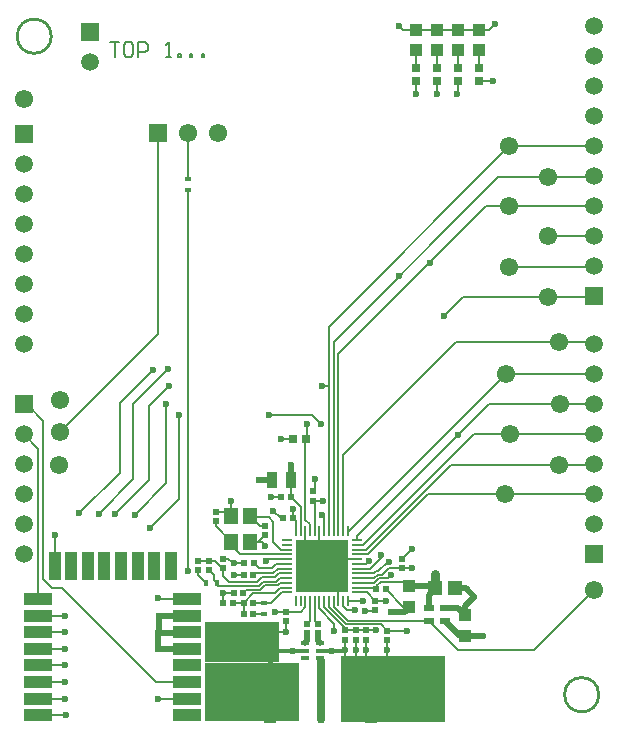
<source format=gtl>
G04 Layer_Physical_Order=1*
G04 Layer_Color=255*
%FSLAX43Y43*%
%MOMM*%
G71*
G01*
G75*
%ADD10C,0.254*%
%ADD11R,2.450X1.000*%
%ADD12R,1.000X2.450*%
%ADD13R,1.020X4.750*%
%ADD14R,0.510X1.910*%
%ADD15R,0.520X0.520*%
%ADD16R,0.900X0.200*%
%ADD17R,4.400X4.400*%
%ADD18R,0.200X0.900*%
%ADD19R,0.850X0.600*%
%ADD20R,0.800X0.300*%
%ADD21R,1.000X1.000*%
%ADD22R,1.150X1.400*%
%ADD23R,0.750X0.650*%
%ADD24R,0.520X0.520*%
%ADD25R,0.450X0.550*%
%ADD26R,0.550X0.450*%
%ADD27R,1.100X1.100*%
%ADD28R,1.300X1.150*%
%ADD29R,0.950X1.350*%
%ADD30R,0.650X0.750*%
%ADD31C,0.200*%
%ADD32C,0.500*%
%ADD33C,0.300*%
%ADD34C,0.700*%
%ADD35C,0.203*%
%ADD36C,0.535*%
%ADD37C,0.750*%
%ADD38C,0.150*%
%ADD39R,6.225X3.500*%
%ADD40R,8.775X5.575*%
%ADD41R,8.050X5.025*%
%ADD42C,1.550*%
%ADD43C,1.500*%
%ADD44R,1.500X1.500*%
%ADD45R,1.550X1.550*%
%ADD46C,0.600*%
D10*
X3825Y58175D02*
G03*
X3825Y58175I-1450J0D01*
G01*
X50175Y2425D02*
G03*
X50175Y2425I-1450J0D01*
G01*
D11*
X2725Y700D02*
D03*
X15325D02*
D03*
Y2100D02*
D03*
X2725Y3500D02*
D03*
Y2100D02*
D03*
Y4900D02*
D03*
Y6300D02*
D03*
Y7700D02*
D03*
Y9100D02*
D03*
Y10500D02*
D03*
X15325Y3500D02*
D03*
Y4900D02*
D03*
Y6300D02*
D03*
Y7700D02*
D03*
Y9100D02*
D03*
Y10500D02*
D03*
D12*
X4125Y13300D02*
D03*
X5525D02*
D03*
X6925D02*
D03*
X8325D02*
D03*
X9725D02*
D03*
X11125D02*
D03*
X13925D02*
D03*
X12525D02*
D03*
D13*
X30880Y2375D02*
D03*
X22380D02*
D03*
D14*
X26630Y955D02*
D03*
D15*
X33500Y13950D02*
D03*
Y13150D02*
D03*
X28725Y7875D02*
D03*
Y7075D02*
D03*
X25475Y7625D02*
D03*
Y8425D02*
D03*
X26375Y7625D02*
D03*
Y8425D02*
D03*
X30475Y7075D02*
D03*
Y7875D02*
D03*
X29600Y7075D02*
D03*
Y7875D02*
D03*
X17750Y17925D02*
D03*
Y17125D02*
D03*
X21925Y15925D02*
D03*
Y16725D02*
D03*
X23675Y8650D02*
D03*
Y9450D02*
D03*
X17200Y12950D02*
D03*
Y13750D02*
D03*
X16275Y12950D02*
D03*
Y13750D02*
D03*
X18375Y13950D02*
D03*
Y13150D02*
D03*
X32275Y7050D02*
D03*
Y7850D02*
D03*
X31250Y9600D02*
D03*
Y10400D02*
D03*
X25975Y19650D02*
D03*
Y18850D02*
D03*
D16*
X23775Y15500D02*
D03*
Y14700D02*
D03*
Y13900D02*
D03*
Y13100D02*
D03*
Y12300D02*
D03*
Y11500D02*
D03*
Y11100D02*
D03*
Y11900D02*
D03*
Y12700D02*
D03*
Y13500D02*
D03*
Y14300D02*
D03*
Y15100D02*
D03*
X29675Y11500D02*
D03*
Y12300D02*
D03*
Y13100D02*
D03*
Y13900D02*
D03*
Y14700D02*
D03*
Y15500D02*
D03*
Y15100D02*
D03*
Y14300D02*
D03*
Y13500D02*
D03*
Y12700D02*
D03*
Y11900D02*
D03*
Y11100D02*
D03*
D17*
X26725Y13300D02*
D03*
D18*
X24925Y10350D02*
D03*
X25725D02*
D03*
X26525D02*
D03*
X27325D02*
D03*
X28125D02*
D03*
X28925D02*
D03*
X28525D02*
D03*
X27725D02*
D03*
X26925D02*
D03*
X26125D02*
D03*
X25325D02*
D03*
X24525D02*
D03*
X28525Y16250D02*
D03*
X27725D02*
D03*
X26925D02*
D03*
X26125D02*
D03*
X25325D02*
D03*
X24525D02*
D03*
X24925D02*
D03*
X25725D02*
D03*
X26525D02*
D03*
X27325D02*
D03*
X28125D02*
D03*
X28925D02*
D03*
D19*
X35775Y9775D02*
D03*
X37125D02*
D03*
X35775Y8675D02*
D03*
X37125D02*
D03*
D20*
X26575Y6775D02*
D03*
Y6125D02*
D03*
Y5500D02*
D03*
X25275Y6775D02*
D03*
Y6125D02*
D03*
Y5500D02*
D03*
D21*
X40050Y58725D02*
D03*
Y57025D02*
D03*
X38225Y58700D02*
D03*
Y57000D02*
D03*
X36450Y58700D02*
D03*
Y57000D02*
D03*
X34675Y58700D02*
D03*
Y57000D02*
D03*
D22*
X20675Y15350D02*
D03*
Y17550D02*
D03*
X19075Y15350D02*
D03*
Y17550D02*
D03*
D23*
X36450Y54350D02*
D03*
Y55450D02*
D03*
X34675D02*
D03*
Y54350D02*
D03*
X40050Y55475D02*
D03*
Y54375D02*
D03*
X38225Y55450D02*
D03*
Y54350D02*
D03*
D24*
X20150Y13600D02*
D03*
X20950D02*
D03*
X20100Y12600D02*
D03*
X20900D02*
D03*
X19250Y11050D02*
D03*
X20050D02*
D03*
X20900Y9250D02*
D03*
X20100D02*
D03*
X18375Y10150D02*
D03*
X19175D02*
D03*
X20100D02*
D03*
X20900D02*
D03*
X23475Y17350D02*
D03*
X24275D02*
D03*
X23275Y19150D02*
D03*
X24075D02*
D03*
X32125Y11350D02*
D03*
X31325D02*
D03*
D25*
X17825Y11900D02*
D03*
X16925D02*
D03*
D26*
X21800Y10150D02*
D03*
Y9250D02*
D03*
X15375Y46050D02*
D03*
Y45150D02*
D03*
D27*
X38850Y7400D02*
D03*
Y9200D02*
D03*
X34150Y11650D02*
D03*
Y9850D02*
D03*
D28*
X38025Y11425D02*
D03*
X36325D02*
D03*
D29*
X24075Y20575D02*
D03*
X22475D02*
D03*
D30*
X25425Y24075D02*
D03*
X24325D02*
D03*
D31*
X26525Y13500D02*
X26725Y13300D01*
X26525Y13500D02*
Y16250D01*
X26725Y13300D02*
X27900Y12125D01*
X30475Y6175D02*
Y7075D01*
X29600Y6175D02*
Y7075D01*
X25500Y14525D02*
X26525Y13500D01*
X21788Y15913D02*
X21850Y15850D01*
X4100Y13300D02*
Y15950D01*
X18800Y13950D02*
X19200Y13550D01*
X1500Y27000D02*
X1750D01*
X3125Y25625D01*
Y12225D02*
Y25625D01*
Y12225D02*
X3850Y11500D01*
X4725D01*
X12725Y3500D01*
X15325D01*
X25450Y24101D02*
X25475Y24076D01*
X25716Y16250D02*
Y16859D01*
X25325Y23925D02*
X25475Y24075D01*
X41675Y46275D02*
X49735D01*
X27725Y32325D02*
X41675Y46275D01*
X28125Y31250D02*
X40650Y43775D01*
X2725Y10500D02*
Y23235D01*
X1500Y24460D02*
X2725Y23235D01*
X38700Y36100D02*
X45875D01*
X37075Y34475D02*
X38700Y36100D01*
X25925Y26075D02*
X26625Y25375D01*
X22225Y26075D02*
X25925D01*
X14625Y19025D02*
Y26075D01*
X12175Y16575D02*
X14625Y19025D01*
X13525Y20325D02*
Y27025D01*
X10875Y17675D02*
X13525Y20325D01*
X27325Y28575D02*
Y33590D01*
Y16250D02*
Y28575D01*
X27300Y28600D02*
X27325Y28575D01*
X26750Y28600D02*
X27300D01*
X12075Y26875D02*
X13800Y28600D01*
X12075Y20625D02*
Y26875D01*
X9200Y17750D02*
X12075Y20625D01*
X27325Y33590D02*
X42575Y48840D01*
X27725Y16250D02*
Y32325D01*
X10750Y27050D02*
X13700Y30000D01*
X10750Y20675D02*
Y27050D01*
X7825Y17750D02*
X10750Y20675D01*
X28125Y16250D02*
Y31250D01*
X9625Y27100D02*
X12475Y29950D01*
X9625Y21200D02*
Y27100D01*
X6200Y17775D02*
X9625Y21200D01*
X15300Y2075D02*
X15325Y2100D01*
X12875Y2075D02*
X15300D01*
X5000Y3500D02*
X5000Y3500D01*
X2725Y3500D02*
X5000D01*
X4975Y6300D02*
X5000Y6325D01*
X2725Y6300D02*
X4975D01*
X5000Y7700D02*
X5000Y7700D01*
X2725Y7700D02*
X5000D01*
X5000Y9100D02*
X5000Y9100D01*
X2725Y9100D02*
X5000D01*
X12950Y10500D02*
X15325D01*
X12875Y10575D02*
X12950Y10500D01*
X5025Y700D02*
X5025Y700D01*
X2725Y700D02*
X5025D01*
X4975Y2100D02*
X5000Y2075D01*
X2725Y2100D02*
X4975D01*
X4950Y4900D02*
X5000Y4950D01*
X2725Y4900D02*
X4950D01*
X18255Y13150D02*
X18375D01*
X17655Y13750D02*
X18255Y13150D01*
X17200Y13750D02*
X17655D01*
X16275Y12550D02*
X16925Y11900D01*
X17200Y12950D02*
X17575Y12575D01*
Y12150D02*
Y12575D01*
Y12150D02*
X17825Y11900D01*
X21375Y11625D02*
X21750Y12000D01*
X17975Y11625D02*
X21375D01*
X18375Y12500D02*
Y13150D01*
Y13950D02*
X18800D01*
X32275Y5021D02*
X32346Y4950D01*
X32275Y5021D02*
Y6175D01*
X30500Y5678D02*
X31228Y4950D01*
X30500Y5678D02*
Y6225D01*
X29625Y5435D02*
X30110Y4950D01*
X29625Y5435D02*
Y6225D01*
X28700Y5242D02*
X28992Y4950D01*
X28700Y5242D02*
Y6225D01*
X22375Y7033D02*
X23117Y7775D01*
X23675D01*
X24325Y24075D02*
X24325Y24075D01*
X23275Y24075D02*
X24325D01*
X26925Y16250D02*
Y17625D01*
X30475Y13500D02*
X30700Y13725D01*
Y13750D01*
X31725Y14000D02*
Y14275D01*
X30825Y13100D02*
X31725Y14000D01*
X33500Y13950D02*
X34325Y14775D01*
X34350D01*
X32275Y7850D02*
X33900D01*
X4525Y24650D02*
X12835Y32960D01*
X25975Y18850D02*
X26800D01*
X25975D02*
X26125Y18700D01*
Y16250D02*
Y18700D01*
X25325Y17250D02*
Y23925D01*
Y17250D02*
X25716Y16859D01*
X44660Y6225D02*
X49760Y11325D01*
X38225Y6225D02*
X44660D01*
X35775Y8675D02*
X38225Y6225D01*
X28725Y6250D02*
Y7075D01*
X30475Y7875D02*
X31350D01*
X30475Y7875D02*
X30475Y7875D01*
X29600Y7875D02*
X30475D01*
X28725D02*
X29600D01*
X28700Y6225D02*
X28725Y6250D01*
X17750Y16675D02*
Y17125D01*
Y17925D02*
X18700D01*
X33225Y59050D02*
X33575Y58700D01*
X34675D01*
X36450D01*
X38225D01*
X40025D01*
X40050Y58725D01*
X40850D01*
X41375Y59250D01*
X34675Y55450D02*
Y57000D01*
X36450Y55450D02*
Y57000D01*
X38225Y55450D02*
Y57000D01*
X40050Y55475D02*
Y57025D01*
X19075Y15050D02*
Y15350D01*
X23300Y14700D02*
X23775D01*
X22625Y15375D02*
X23300Y14700D01*
X22625Y15375D02*
Y17075D01*
X24925Y9450D02*
X25325Y9850D01*
X22775Y9450D02*
X23675D01*
Y7775D02*
Y8650D01*
X19075Y15050D02*
X19825Y14300D01*
X23775D01*
X22175Y13900D02*
X23775D01*
X23775Y13900D01*
X22000Y13725D02*
X22175Y13900D01*
X21850Y15850D02*
Y15850D01*
X22250Y17450D02*
X22625Y17075D01*
X21500Y16725D02*
X21925D01*
X20675Y17550D02*
X20775Y17450D01*
X21500Y16725D01*
X20775Y17450D02*
X22250D01*
X21625Y15350D02*
X21925Y15050D01*
X20675Y15350D02*
X21350D01*
X21625D01*
X19000Y18825D02*
X19075Y18750D01*
X22875Y13500D02*
X23775D01*
X22500Y13125D02*
X22875Y13500D01*
X21425Y13125D02*
X22500D01*
X20950Y13600D02*
X21425Y13125D01*
X19250Y13600D02*
X20150D01*
X22975Y13100D02*
X23775D01*
X22625Y12750D02*
X22975Y13100D01*
X21050Y12750D02*
X22625D01*
X20900Y12600D02*
X21050Y12750D01*
X19250Y12600D02*
X20100D01*
X19200Y13550D02*
X19250Y13600D01*
X23075Y12700D02*
X23775D01*
X22750Y12375D02*
X23075Y12700D01*
X21625Y12375D02*
X22750D01*
X21250Y12000D02*
X21625Y12375D01*
X18875Y12000D02*
X21250D01*
X18375Y12500D02*
X18875Y12000D01*
X16275Y13750D02*
X17200D01*
X16275Y12550D02*
Y12950D01*
X23175Y12300D02*
X23775D01*
X22875Y12000D02*
X23175Y12300D01*
X21750Y12000D02*
X22875D01*
X18375Y11050D02*
X19250D01*
X23199Y11900D02*
X23775D01*
X22999Y11700D02*
X23199Y11900D01*
X21875Y11700D02*
X22999D01*
X21475Y11300D02*
X21875Y11700D01*
X20300Y11300D02*
X21475D01*
X20050Y11050D02*
X20300Y11300D01*
X23675Y9450D02*
X24925D01*
X18375Y10150D02*
X18375Y10150D01*
Y11050D01*
X19175Y10150D02*
X20100D01*
Y9250D02*
Y10150D01*
Y9250D02*
X20100Y9250D01*
X20900Y10150D02*
X21800D01*
X20900Y9250D02*
X21800D01*
X20100Y10150D02*
Y10200D01*
X20900Y11000D01*
X22724D01*
X23224Y11500D01*
X23775D01*
X23350Y11100D02*
X23775D01*
X22400Y10150D02*
X23350Y11100D01*
X21800Y10150D02*
X22400D01*
X26525Y9725D02*
X27800Y8450D01*
Y7825D02*
Y8450D01*
X28795Y7950D02*
X28800D01*
X26925Y9820D02*
X28795Y7950D01*
X27325Y9844D02*
X28794Y8375D01*
X27725Y9869D02*
X28919Y8675D01*
X28794Y8375D02*
X31750D01*
X28525Y9917D02*
X28867Y9575D01*
X32275Y6175D02*
Y7050D01*
X31750Y8375D02*
X32275Y7850D01*
X28867Y9575D02*
X29500D01*
X28125Y10350D02*
Y11900D01*
X30550Y11100D02*
X31250Y10400D01*
X32150D01*
X32175Y10375D01*
X28919Y8675D02*
X35775D01*
X31175Y11500D02*
X31325Y11350D01*
X32125D02*
X33625Y9850D01*
X34150D01*
X31325Y11350D02*
Y11625D01*
X27325Y13900D02*
X29675D01*
X31325Y11625D02*
X31700Y12000D01*
X31576Y12300D02*
X32325D01*
X31451Y12600D02*
X31850D01*
X31327Y12900D02*
X31525D01*
X24525Y16250D02*
Y17100D01*
X24275Y17350D02*
X24525Y17100D01*
X22625Y18000D02*
X23275Y17350D01*
X23475D01*
X24250Y17375D02*
X24275Y17350D01*
X24925Y16250D02*
Y18300D01*
X24075Y19150D02*
X24925Y18300D01*
X22425Y19150D02*
X23275D01*
X24075D02*
Y20575D01*
X22425Y20525D02*
X22475Y20575D01*
X24250Y17375D02*
Y18175D01*
X42225Y29550D02*
X42300D01*
X28925Y10350D02*
X30250D01*
X25325Y14700D02*
Y16250D01*
X26725Y13300D02*
X27325Y13900D01*
X29675Y13500D02*
X30475D01*
X27325Y9844D02*
Y10350D01*
X29675Y11100D02*
X30550D01*
X26925Y9820D02*
Y10350D01*
X25325Y9850D02*
Y10350D01*
X26525Y9725D02*
Y10350D01*
X29675Y11500D02*
X31175D01*
X27725Y9869D02*
Y10350D01*
X28525Y9917D02*
Y10350D01*
X31525Y12900D02*
X32325Y13700D01*
X33500Y13150D02*
X34375D01*
X31150Y9500D02*
X31250Y9600D01*
X30400Y9500D02*
X31150D01*
X29675Y13100D02*
X30825D01*
X31850Y12600D02*
X32400Y13150D01*
X33500D01*
X32325Y13700D02*
X32450D01*
X29675Y15100D02*
X30250D01*
X29675Y14700D02*
X30475D01*
X31151Y12300D02*
X31451Y12600D01*
X31127Y12700D02*
X31327Y12900D01*
X31176Y11900D02*
X31576Y12300D01*
X29675Y11900D02*
X31176D01*
X29675Y12300D02*
X31151D01*
X29675Y12700D02*
X31127D01*
X32325Y12300D02*
X32575Y12550D01*
X31700Y12000D02*
X34175D01*
X15375Y12925D02*
Y45150D01*
Y46050D02*
Y49950D01*
X12835Y32960D02*
Y49950D01*
X26125Y19675D02*
Y20675D01*
X26900Y17600D02*
X26925Y17625D01*
X26725Y17600D02*
X26900D01*
X28525Y16250D02*
Y22750D01*
X28925Y16175D02*
Y16250D01*
X30250Y15100D02*
X39625Y24475D01*
X30475Y14700D02*
X37675Y21900D01*
X46850D01*
X39625Y24475D02*
X42700D01*
X29675Y14300D02*
X30600D01*
X35700Y19400D01*
X42275D01*
X28525Y22750D02*
X38075Y32300D01*
X46850D01*
X25475Y24076D02*
X25475Y24075D01*
X25450Y24101D02*
Y25325D01*
X42300Y29550D02*
X49750D01*
X46875Y27000D02*
X49760D01*
X42700Y24475D02*
X49745D01*
X46850Y21900D02*
X49740D01*
X42275Y19400D02*
X49740D01*
X46850Y32300D02*
X49540D01*
X45875Y36100D02*
X49720D01*
X42600Y38675D02*
X49755D01*
X42575Y43775D02*
X49745D01*
X42575Y48840D02*
X49760D01*
X45850Y41225D02*
X49755D01*
X40050Y54375D02*
X41200D01*
X34675Y53250D02*
Y54350D01*
X36450Y53250D02*
Y54350D01*
X38225Y53275D02*
Y54350D01*
X38200Y53250D02*
X38225Y53275D01*
X28925Y16175D02*
X42300Y29550D01*
X40650Y43775D02*
X42575D01*
X29675Y15500D02*
Y15825D01*
X40850Y27000D02*
X46875D01*
X29675Y15825D02*
X38275Y24425D01*
X40850Y27000D01*
X19075Y17550D02*
Y18750D01*
X18700Y17925D02*
X19075Y17550D01*
X21350Y15350D02*
X21850Y15850D01*
X17750Y16675D02*
X19075Y15350D01*
D32*
X22350Y20600D02*
X22425Y20525D01*
X12875Y7675D02*
X12900Y7700D01*
Y9100D01*
X12875Y6275D02*
Y7675D01*
X15300Y6275D02*
X15325Y6300D01*
X12875Y6275D02*
X15300D01*
X15300Y7675D02*
X15325Y7700D01*
X12875Y7675D02*
X15300D01*
X15325Y9100D02*
X15325Y9100D01*
X12900Y9100D02*
X15325D01*
X40325Y7400D02*
X40350Y7375D01*
X38850Y7400D02*
X40325D01*
X35775Y9775D02*
Y10875D01*
X34150Y11650D02*
X36050D01*
X32575Y9450D02*
X33750D01*
X34150Y9850D01*
X35775Y10875D02*
X36325Y11425D01*
X37125Y8675D02*
X38400Y7400D01*
X38850D01*
X37125Y9775D02*
X38275D01*
X38850Y9200D01*
Y9925D02*
X39625Y10700D01*
X38850Y9200D02*
Y9925D01*
X38025Y11425D02*
X38900D01*
X39625Y10700D01*
X24125Y20625D02*
Y21900D01*
X24075Y20575D02*
X24075Y20575D01*
X24125Y20625D01*
X21375Y20600D02*
X22350D01*
D33*
X24250Y6125D02*
X25325D01*
X28600D02*
X28700Y6225D01*
X27600Y6125D02*
X28600D01*
X22400Y5967D02*
X22558Y6125D01*
X24250D01*
X26630D02*
X27600D01*
D34*
X26630Y955D02*
Y5300D01*
Y350D02*
Y955D01*
D35*
X25475Y8425D02*
X25725Y8675D01*
X26125Y8675D02*
X26375Y8425D01*
X25725Y8675D02*
Y10350D01*
X26125Y8675D02*
Y10350D01*
D36*
X25475Y6975D02*
Y7625D01*
X25275Y6775D02*
X25475Y6975D01*
X26375Y6975D02*
Y7625D01*
Y6975D02*
X26575Y6775D01*
D37*
X36325Y11425D02*
Y12650D01*
D38*
X8775Y57650D02*
X9575D01*
X9175D01*
Y56450D01*
X10574Y57650D02*
X10175D01*
X9975Y57450D01*
Y56650D01*
X10175Y56450D01*
X10574D01*
X10774Y56650D01*
Y57450D01*
X10574Y57650D01*
X11174Y56450D02*
Y57650D01*
X11774D01*
X11974Y57450D01*
Y57050D01*
X11774Y56850D01*
X11174D01*
X13573Y56450D02*
X13973D01*
X13773D01*
Y57650D01*
X13573Y57450D01*
X14573Y56450D02*
Y56650D01*
X14773D01*
Y56450D01*
X14573D01*
X15573D02*
Y56650D01*
X15773D01*
Y56450D01*
X15573D01*
X16572D02*
Y56650D01*
X16772D01*
Y56450D01*
X16572D01*
D39*
X19938Y6875D02*
D03*
D40*
X32763Y2888D02*
D03*
D41*
X20850Y2612D02*
D03*
D42*
X45875Y36100D02*
D03*
X4525Y27400D02*
D03*
X4475Y21900D02*
D03*
X42575Y48840D02*
D03*
X45850Y46250D02*
D03*
X42575Y43775D02*
D03*
X45850Y41225D02*
D03*
X42600Y38675D02*
D03*
X17915Y49950D02*
D03*
X15375D02*
D03*
X1500Y52850D02*
D03*
X49760Y11325D02*
D03*
X4525Y24650D02*
D03*
X46875Y27000D02*
D03*
X42700Y24475D02*
D03*
X46850Y21900D02*
D03*
X42275Y19400D02*
D03*
X46850Y32300D02*
D03*
X42300Y29550D02*
D03*
D43*
X1500Y32080D02*
D03*
Y34620D02*
D03*
Y37160D02*
D03*
Y39700D02*
D03*
Y42240D02*
D03*
Y44780D02*
D03*
Y47320D02*
D03*
X49760Y38680D02*
D03*
Y43760D02*
D03*
Y46300D02*
D03*
Y48840D02*
D03*
Y51380D02*
D03*
Y53920D02*
D03*
Y56460D02*
D03*
Y59000D02*
D03*
Y41220D02*
D03*
X1500Y14300D02*
D03*
Y16840D02*
D03*
Y19380D02*
D03*
Y21920D02*
D03*
Y24460D02*
D03*
X49760Y32080D02*
D03*
Y29540D02*
D03*
Y27000D02*
D03*
Y24460D02*
D03*
Y21920D02*
D03*
Y19380D02*
D03*
Y16840D02*
D03*
X7100Y55985D02*
D03*
D44*
X1500Y49860D02*
D03*
X49760Y36140D02*
D03*
X1500Y27000D02*
D03*
X49760Y14300D02*
D03*
X7100Y58525D02*
D03*
D45*
X12835Y49950D02*
D03*
D46*
X4100Y15950D02*
D03*
X37075Y34475D02*
D03*
X26625Y25375D02*
D03*
X22225Y26075D02*
D03*
X14625D02*
D03*
X12175Y16575D02*
D03*
X13525Y27025D02*
D03*
X10875Y17675D02*
D03*
X26750Y28600D02*
D03*
X13800D02*
D03*
X9200Y17750D02*
D03*
X33300Y37900D02*
D03*
X13700Y30000D02*
D03*
X35925Y38950D02*
D03*
X7825Y17750D02*
D03*
X12475Y29950D02*
D03*
X6200Y17775D02*
D03*
X12875Y2075D02*
D03*
X5000Y9100D02*
D03*
Y7700D02*
D03*
Y6325D02*
D03*
Y3500D02*
D03*
X12875Y10575D02*
D03*
Y6275D02*
D03*
Y7675D02*
D03*
X12900Y9100D02*
D03*
X5000Y4950D02*
D03*
X5025Y700D02*
D03*
X5000Y2075D02*
D03*
X32000Y3750D02*
D03*
X36550Y1692D02*
D03*
X34275Y625D02*
D03*
X36550Y3825D02*
D03*
X34275D02*
D03*
Y2758D02*
D03*
X36550D02*
D03*
X28992Y4950D02*
D03*
X30110D02*
D03*
X22375Y8100D02*
D03*
Y7033D02*
D03*
X22400Y4900D02*
D03*
Y5967D02*
D03*
X20150Y8050D02*
D03*
Y6983D02*
D03*
X20175Y4850D02*
D03*
Y5917D02*
D03*
X18300Y8075D02*
D03*
Y7008D02*
D03*
X18325Y4875D02*
D03*
Y5942D02*
D03*
X18250Y3975D02*
D03*
Y2908D02*
D03*
X18275Y775D02*
D03*
Y1842D02*
D03*
X20125Y3925D02*
D03*
Y2858D02*
D03*
X20150Y725D02*
D03*
Y1792D02*
D03*
X23400Y3750D02*
D03*
Y2683D02*
D03*
X23425Y550D02*
D03*
Y1617D02*
D03*
X24375Y3775D02*
D03*
Y2708D02*
D03*
X24400Y575D02*
D03*
Y1642D02*
D03*
X32346Y4950D02*
D03*
X35700D02*
D03*
X34582D02*
D03*
X36550Y625D02*
D03*
X34275Y1692D02*
D03*
X29825Y3675D02*
D03*
Y2608D02*
D03*
X29850Y475D02*
D03*
Y1542D02*
D03*
X28850Y3700D02*
D03*
Y2633D02*
D03*
X28875Y500D02*
D03*
Y1567D02*
D03*
X32000Y2683D02*
D03*
Y550D02*
D03*
Y1617D02*
D03*
X30700Y13750D02*
D03*
X31725Y14275D02*
D03*
X34350Y14775D02*
D03*
X27600Y6125D02*
D03*
X24250D02*
D03*
X40350Y7375D02*
D03*
X33900Y7850D02*
D03*
X26800Y18850D02*
D03*
X31350Y7875D02*
D03*
X29625Y6225D02*
D03*
X30500D02*
D03*
X28700D02*
D03*
X26675Y12100D02*
D03*
X25475D02*
D03*
X41375Y59250D02*
D03*
X33225Y59050D02*
D03*
X23675Y7775D02*
D03*
X22775Y9450D02*
D03*
X22000Y13725D02*
D03*
X21925Y15050D02*
D03*
X19000Y18825D02*
D03*
X19250Y13600D02*
D03*
Y12600D02*
D03*
X18375Y11050D02*
D03*
X27800Y7825D02*
D03*
X32275Y6175D02*
D03*
X30250Y10350D02*
D03*
X29500Y9575D02*
D03*
X32175Y10375D02*
D03*
X39625Y10700D02*
D03*
X32575Y9450D02*
D03*
X22625Y18000D02*
D03*
X22425Y19150D02*
D03*
X21375Y20600D02*
D03*
X24125Y21900D02*
D03*
X24250Y18175D02*
D03*
X36325Y12650D02*
D03*
X27875Y12100D02*
D03*
X27975Y13300D02*
D03*
X25475Y14500D02*
D03*
X26675Y13300D02*
D03*
X27875Y14500D02*
D03*
X26675D02*
D03*
X25475Y13300D02*
D03*
X34375Y13150D02*
D03*
X30400Y9500D02*
D03*
X32450Y13700D02*
D03*
X32575Y12550D02*
D03*
X26125Y20675D02*
D03*
X15375Y12925D02*
D03*
X23275Y24075D02*
D03*
X26725Y17600D02*
D03*
X25450Y25325D02*
D03*
X41200Y54375D02*
D03*
X38200Y53250D02*
D03*
X36450D02*
D03*
X34675D02*
D03*
X38275Y24425D02*
D03*
M02*

</source>
